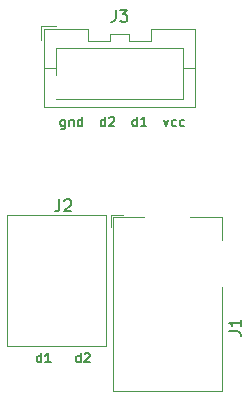
<source format=gbr>
%TF.GenerationSoftware,KiCad,Pcbnew,7.0.9*%
%TF.CreationDate,2024-01-22T18:22:55+13:00*%
%TF.ProjectId,jst_breakout,6a73745f-6272-4656-916b-6f75742e6b69,rev?*%
%TF.SameCoordinates,Original*%
%TF.FileFunction,Legend,Top*%
%TF.FilePolarity,Positive*%
%FSLAX46Y46*%
G04 Gerber Fmt 4.6, Leading zero omitted, Abs format (unit mm)*
G04 Created by KiCad (PCBNEW 7.0.9) date 2024-01-22 18:22:55*
%MOMM*%
%LPD*%
G01*
G04 APERTURE LIST*
%ADD10C,0.150000*%
%ADD11C,0.120000*%
G04 APERTURE END LIST*
D10*
X73132017Y-34860961D02*
X73132017Y-35508580D01*
X73132017Y-35508580D02*
X73093922Y-35584771D01*
X73093922Y-35584771D02*
X73055826Y-35622866D01*
X73055826Y-35622866D02*
X72979636Y-35660961D01*
X72979636Y-35660961D02*
X72865350Y-35660961D01*
X72865350Y-35660961D02*
X72789160Y-35622866D01*
X73132017Y-35356200D02*
X73055826Y-35394295D01*
X73055826Y-35394295D02*
X72903445Y-35394295D01*
X72903445Y-35394295D02*
X72827255Y-35356200D01*
X72827255Y-35356200D02*
X72789160Y-35318104D01*
X72789160Y-35318104D02*
X72751064Y-35241914D01*
X72751064Y-35241914D02*
X72751064Y-35013342D01*
X72751064Y-35013342D02*
X72789160Y-34937152D01*
X72789160Y-34937152D02*
X72827255Y-34899057D01*
X72827255Y-34899057D02*
X72903445Y-34860961D01*
X72903445Y-34860961D02*
X73055826Y-34860961D01*
X73055826Y-34860961D02*
X73132017Y-34899057D01*
X73512970Y-34860961D02*
X73512970Y-35394295D01*
X73512970Y-34937152D02*
X73551065Y-34899057D01*
X73551065Y-34899057D02*
X73627255Y-34860961D01*
X73627255Y-34860961D02*
X73741541Y-34860961D01*
X73741541Y-34860961D02*
X73817732Y-34899057D01*
X73817732Y-34899057D02*
X73855827Y-34975247D01*
X73855827Y-34975247D02*
X73855827Y-35394295D01*
X74579637Y-35394295D02*
X74579637Y-34594295D01*
X74579637Y-35356200D02*
X74503446Y-35394295D01*
X74503446Y-35394295D02*
X74351065Y-35394295D01*
X74351065Y-35394295D02*
X74274875Y-35356200D01*
X74274875Y-35356200D02*
X74236780Y-35318104D01*
X74236780Y-35318104D02*
X74198684Y-35241914D01*
X74198684Y-35241914D02*
X74198684Y-35013342D01*
X74198684Y-35013342D02*
X74236780Y-34937152D01*
X74236780Y-34937152D02*
X74274875Y-34899057D01*
X74274875Y-34899057D02*
X74351065Y-34860961D01*
X74351065Y-34860961D02*
X74503446Y-34860961D01*
X74503446Y-34860961D02*
X74579637Y-34899057D01*
X76522495Y-35394295D02*
X76522495Y-34594295D01*
X76522495Y-35356200D02*
X76446304Y-35394295D01*
X76446304Y-35394295D02*
X76293923Y-35394295D01*
X76293923Y-35394295D02*
X76217733Y-35356200D01*
X76217733Y-35356200D02*
X76179638Y-35318104D01*
X76179638Y-35318104D02*
X76141542Y-35241914D01*
X76141542Y-35241914D02*
X76141542Y-35013342D01*
X76141542Y-35013342D02*
X76179638Y-34937152D01*
X76179638Y-34937152D02*
X76217733Y-34899057D01*
X76217733Y-34899057D02*
X76293923Y-34860961D01*
X76293923Y-34860961D02*
X76446304Y-34860961D01*
X76446304Y-34860961D02*
X76522495Y-34899057D01*
X76865352Y-34670485D02*
X76903448Y-34632390D01*
X76903448Y-34632390D02*
X76979638Y-34594295D01*
X76979638Y-34594295D02*
X77170114Y-34594295D01*
X77170114Y-34594295D02*
X77246305Y-34632390D01*
X77246305Y-34632390D02*
X77284400Y-34670485D01*
X77284400Y-34670485D02*
X77322495Y-34746676D01*
X77322495Y-34746676D02*
X77322495Y-34822866D01*
X77322495Y-34822866D02*
X77284400Y-34937152D01*
X77284400Y-34937152D02*
X76827257Y-35394295D01*
X76827257Y-35394295D02*
X77322495Y-35394295D01*
X79227258Y-35394295D02*
X79227258Y-34594295D01*
X79227258Y-35356200D02*
X79151067Y-35394295D01*
X79151067Y-35394295D02*
X78998686Y-35394295D01*
X78998686Y-35394295D02*
X78922496Y-35356200D01*
X78922496Y-35356200D02*
X78884401Y-35318104D01*
X78884401Y-35318104D02*
X78846305Y-35241914D01*
X78846305Y-35241914D02*
X78846305Y-35013342D01*
X78846305Y-35013342D02*
X78884401Y-34937152D01*
X78884401Y-34937152D02*
X78922496Y-34899057D01*
X78922496Y-34899057D02*
X78998686Y-34860961D01*
X78998686Y-34860961D02*
X79151067Y-34860961D01*
X79151067Y-34860961D02*
X79227258Y-34899057D01*
X80027258Y-35394295D02*
X79570115Y-35394295D01*
X79798687Y-35394295D02*
X79798687Y-34594295D01*
X79798687Y-34594295D02*
X79722496Y-34708580D01*
X79722496Y-34708580D02*
X79646306Y-34784771D01*
X79646306Y-34784771D02*
X79570115Y-34822866D01*
X81512973Y-34860961D02*
X81703449Y-35394295D01*
X81703449Y-35394295D02*
X81893926Y-34860961D01*
X82541545Y-35356200D02*
X82465354Y-35394295D01*
X82465354Y-35394295D02*
X82312973Y-35394295D01*
X82312973Y-35394295D02*
X82236783Y-35356200D01*
X82236783Y-35356200D02*
X82198688Y-35318104D01*
X82198688Y-35318104D02*
X82160592Y-35241914D01*
X82160592Y-35241914D02*
X82160592Y-35013342D01*
X82160592Y-35013342D02*
X82198688Y-34937152D01*
X82198688Y-34937152D02*
X82236783Y-34899057D01*
X82236783Y-34899057D02*
X82312973Y-34860961D01*
X82312973Y-34860961D02*
X82465354Y-34860961D01*
X82465354Y-34860961D02*
X82541545Y-34899057D01*
X83227259Y-35356200D02*
X83151068Y-35394295D01*
X83151068Y-35394295D02*
X82998687Y-35394295D01*
X82998687Y-35394295D02*
X82922497Y-35356200D01*
X82922497Y-35356200D02*
X82884402Y-35318104D01*
X82884402Y-35318104D02*
X82846306Y-35241914D01*
X82846306Y-35241914D02*
X82846306Y-35013342D01*
X82846306Y-35013342D02*
X82884402Y-34937152D01*
X82884402Y-34937152D02*
X82922497Y-34899057D01*
X82922497Y-34899057D02*
X82998687Y-34860961D01*
X82998687Y-34860961D02*
X83151068Y-34860961D01*
X83151068Y-34860961D02*
X83227259Y-34899057D01*
X71132017Y-55394295D02*
X71132017Y-54594295D01*
X71132017Y-55356200D02*
X71055826Y-55394295D01*
X71055826Y-55394295D02*
X70903445Y-55394295D01*
X70903445Y-55394295D02*
X70827255Y-55356200D01*
X70827255Y-55356200D02*
X70789160Y-55318104D01*
X70789160Y-55318104D02*
X70751064Y-55241914D01*
X70751064Y-55241914D02*
X70751064Y-55013342D01*
X70751064Y-55013342D02*
X70789160Y-54937152D01*
X70789160Y-54937152D02*
X70827255Y-54899057D01*
X70827255Y-54899057D02*
X70903445Y-54860961D01*
X70903445Y-54860961D02*
X71055826Y-54860961D01*
X71055826Y-54860961D02*
X71132017Y-54899057D01*
X71932017Y-55394295D02*
X71474874Y-55394295D01*
X71703446Y-55394295D02*
X71703446Y-54594295D01*
X71703446Y-54594295D02*
X71627255Y-54708580D01*
X71627255Y-54708580D02*
X71551065Y-54784771D01*
X71551065Y-54784771D02*
X71474874Y-54822866D01*
X74446304Y-55394295D02*
X74446304Y-54594295D01*
X74446304Y-55356200D02*
X74370113Y-55394295D01*
X74370113Y-55394295D02*
X74217732Y-55394295D01*
X74217732Y-55394295D02*
X74141542Y-55356200D01*
X74141542Y-55356200D02*
X74103447Y-55318104D01*
X74103447Y-55318104D02*
X74065351Y-55241914D01*
X74065351Y-55241914D02*
X74065351Y-55013342D01*
X74065351Y-55013342D02*
X74103447Y-54937152D01*
X74103447Y-54937152D02*
X74141542Y-54899057D01*
X74141542Y-54899057D02*
X74217732Y-54860961D01*
X74217732Y-54860961D02*
X74370113Y-54860961D01*
X74370113Y-54860961D02*
X74446304Y-54899057D01*
X74789161Y-54670485D02*
X74827257Y-54632390D01*
X74827257Y-54632390D02*
X74903447Y-54594295D01*
X74903447Y-54594295D02*
X75093923Y-54594295D01*
X75093923Y-54594295D02*
X75170114Y-54632390D01*
X75170114Y-54632390D02*
X75208209Y-54670485D01*
X75208209Y-54670485D02*
X75246304Y-54746676D01*
X75246304Y-54746676D02*
X75246304Y-54822866D01*
X75246304Y-54822866D02*
X75208209Y-54937152D01*
X75208209Y-54937152D02*
X74751066Y-55394295D01*
X74751066Y-55394295D02*
X75246304Y-55394295D01*
X77416666Y-25554819D02*
X77416666Y-26269104D01*
X77416666Y-26269104D02*
X77369047Y-26411961D01*
X77369047Y-26411961D02*
X77273809Y-26507200D01*
X77273809Y-26507200D02*
X77130952Y-26554819D01*
X77130952Y-26554819D02*
X77035714Y-26554819D01*
X77797619Y-25554819D02*
X78416666Y-25554819D01*
X78416666Y-25554819D02*
X78083333Y-25935771D01*
X78083333Y-25935771D02*
X78226190Y-25935771D01*
X78226190Y-25935771D02*
X78321428Y-25983390D01*
X78321428Y-25983390D02*
X78369047Y-26031009D01*
X78369047Y-26031009D02*
X78416666Y-26126247D01*
X78416666Y-26126247D02*
X78416666Y-26364342D01*
X78416666Y-26364342D02*
X78369047Y-26459580D01*
X78369047Y-26459580D02*
X78321428Y-26507200D01*
X78321428Y-26507200D02*
X78226190Y-26554819D01*
X78226190Y-26554819D02*
X77940476Y-26554819D01*
X77940476Y-26554819D02*
X77845238Y-26507200D01*
X77845238Y-26507200D02*
X77797619Y-26459580D01*
X72656666Y-41604819D02*
X72656666Y-42319104D01*
X72656666Y-42319104D02*
X72609047Y-42461961D01*
X72609047Y-42461961D02*
X72513809Y-42557200D01*
X72513809Y-42557200D02*
X72370952Y-42604819D01*
X72370952Y-42604819D02*
X72275714Y-42604819D01*
X73085238Y-41700057D02*
X73132857Y-41652438D01*
X73132857Y-41652438D02*
X73228095Y-41604819D01*
X73228095Y-41604819D02*
X73466190Y-41604819D01*
X73466190Y-41604819D02*
X73561428Y-41652438D01*
X73561428Y-41652438D02*
X73609047Y-41700057D01*
X73609047Y-41700057D02*
X73656666Y-41795295D01*
X73656666Y-41795295D02*
X73656666Y-41890533D01*
X73656666Y-41890533D02*
X73609047Y-42033390D01*
X73609047Y-42033390D02*
X73037619Y-42604819D01*
X73037619Y-42604819D02*
X73656666Y-42604819D01*
X87004819Y-52783333D02*
X87719104Y-52783333D01*
X87719104Y-52783333D02*
X87861961Y-52830952D01*
X87861961Y-52830952D02*
X87957200Y-52926190D01*
X87957200Y-52926190D02*
X88004819Y-53069047D01*
X88004819Y-53069047D02*
X88004819Y-53164285D01*
X88004819Y-51783333D02*
X88004819Y-52354761D01*
X88004819Y-52069047D02*
X87004819Y-52069047D01*
X87004819Y-52069047D02*
X87147676Y-52164285D01*
X87147676Y-52164285D02*
X87242914Y-52259523D01*
X87242914Y-52259523D02*
X87290533Y-52354761D01*
D11*
%TO.C,J3*%
X80450000Y-28190000D02*
X78550000Y-28190000D01*
X78550000Y-27590000D02*
X76950000Y-27590000D01*
X80450000Y-27190000D02*
X80450000Y-28190000D01*
X83100000Y-28800000D02*
X83100000Y-33100000D01*
X84110000Y-27190000D02*
X80450000Y-27190000D01*
X72400000Y-31100000D02*
X72400000Y-28800000D01*
X84110000Y-30500000D02*
X83100000Y-30500000D01*
X84110000Y-33810000D02*
X84110000Y-27190000D01*
X76950000Y-28190000D02*
X75050000Y-28190000D01*
X75050000Y-27190000D02*
X71390000Y-27190000D01*
X83100000Y-33100000D02*
X72400000Y-33100000D01*
X76950000Y-27590000D02*
X76950000Y-28190000D01*
X72400000Y-28800000D02*
X83100000Y-28800000D01*
X75050000Y-28190000D02*
X75050000Y-27190000D01*
X71390000Y-33810000D02*
X84110000Y-33810000D01*
X71390000Y-27190000D02*
X71390000Y-33810000D01*
X78550000Y-28190000D02*
X78550000Y-27590000D01*
X71090000Y-26890000D02*
X71090000Y-28140000D01*
X71390000Y-30500000D02*
X72400000Y-30500000D01*
X72340000Y-26890000D02*
X71090000Y-26890000D01*
%TO.C,J2*%
X68190000Y-42950000D02*
X76590000Y-42950000D01*
X76590000Y-42950000D02*
X76590000Y-54000000D01*
X76590000Y-54000000D02*
X68190000Y-54000000D01*
X68190000Y-54000000D02*
X68190000Y-42950000D01*
%TO.C,J1*%
X77200000Y-57800000D02*
X77200000Y-43100000D01*
X86400000Y-57800000D02*
X77200000Y-57800000D01*
X86400000Y-43100000D02*
X86400000Y-45000000D01*
X83700000Y-43100000D02*
X86400000Y-43100000D01*
X77200000Y-43100000D02*
X79800000Y-43100000D01*
X86400000Y-49000000D02*
X86400000Y-57800000D01*
X78050000Y-42900000D02*
X77000000Y-42900000D01*
X77000000Y-43950000D02*
X77000000Y-42900000D01*
%TD*%
M02*

</source>
